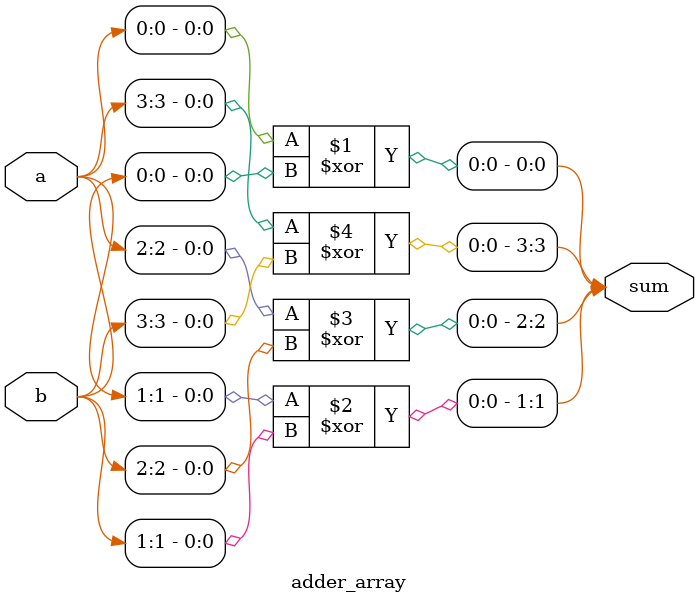
<source format=v>
module adder_array #(parameter WIDTH = 4) (
    input [WIDTH-1:0] a,
    input [WIDTH-1:0] b,
    output [WIDTH-1:0] sum
);
    genvar i;
    generate
        for (i = 0; i < WIDTH; i = i + 1) begin : adder_gen
            assign sum[i] = a[i] ^ b[i]; // 简单的位加法（不带进位）
        end
    endgenerate
endmodule

</source>
